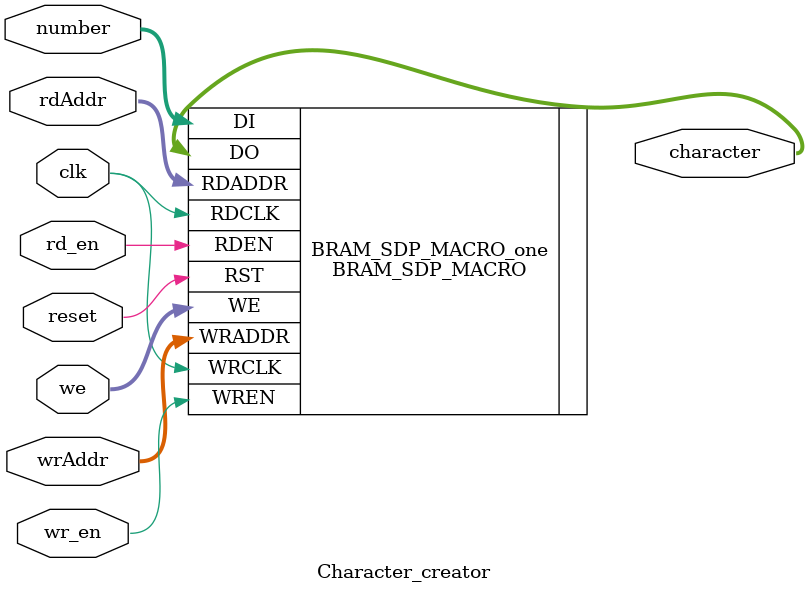
<source format=sv>

module Character_creator(
    // signals
    input logic clk, reset,
    input logic [3:0] number,
    input logic [9:0] rdAddr,
    input logic [3:0] we,
    input logic rd_en, wr_en, 
    input logic [8:0] wrAddr,
    output logic [31:0] character
    );
    //
    BRAM_SDP_MACRO #(
        .BRAM_SIZE("18Kb"), // Target BRAM, "18Kb" or "36Kb"
        .DEVICE("7SERIES"), // Target
        .WRITE_WIDTH(32), // Valid values are 1­72 (37­72 only valid when BRAM_SIZE="36Kb")
        .READ_WIDTH(4), // Valid values are 1­72 (37­72 only valid when BRAM_SIZE="36Kb")
        .INIT_00(256'h000000000000000000000000_07777770_70000007_70000007_70000007_07777770),       //character 0, 5 32_bit cols
        .INIT_01(256'h000000000000000000000000_00000000_70000000_77777777_70000070_00000000),        //character 1, 5 32_bit cols
        .INIT_02(256'h000000000000000000000000_70000770_70007007_70070007_70700007_77000070),       //character 2, 5 32_bit cols
        .INIT_03(256'h000000000000000000000000_07770770_70007007_70007007_70000007_07000070),       //character 3, 5 32_bit cols
        .INIT_04(256'h000000000000000000000000_77777777_00007000_00007000_00007000_00007777),       //character 4, 5 32_bit cols
        .INIT_05(256'h000000000000000000000000_07770007_70007007_70007007_70007007_07007777),       //character 5, 5 32_bit cols
        .INIT_06(256'h000000000000000000000000_07770000_70007007_70007070_70007700_07777000),       //character 6, 5 32_bit cols
        .INIT_07(256'h000000000000000000000000_00000077_00007707_00770007_77000007_00000007),        //character 7, 5 32_bit cols
        .INIT_08(256'h000000000000000000000000_07770770_70007007_70007007_70007007_07770770),       //character 8, 5 32_bit cols
        .INIT_09(256'h000000000000000000000000_77777770_00007007_00007007_00007007_00000770))       //character 9, 5 32_bit cols
        
    BRAM_SDP_MACRO_one (
        .DO(character), // Output read data port, width defined by READ_WIDTH parameter
        .DI(number), // Input write data port, width defined by WRITE_WIDTH parameter
        .RDADDR(rdAddr), // Input read address, width defined by read port depth
        .RDCLK(clk), // 1­bit input read clock
        .RDEN(rd_en), // 1­bit input read port enable
        .RST(reset), // 1­bit input reset
        .WE(we), // Input write enable, width defined by write port depth
        .WRADDR(wrAddr), // Input write address, width defined by write port depth
        .WRCLK(clk), // 1­bit input write clock
        .WREN(wr_en) // 1­bit input write port enable
    );

endmodule
</source>
